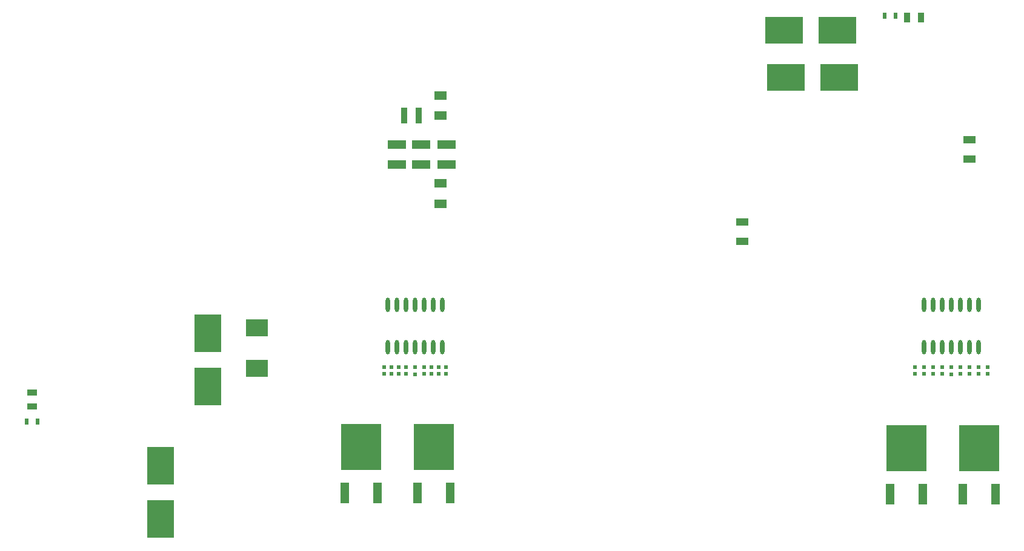
<source format=gtp>
G04*
G04 #@! TF.GenerationSoftware,Altium Limited,Altium Designer,22.3.1 (43)*
G04*
G04 Layer_Color=8421504*
%FSLAX44Y44*%
%MOMM*%
G71*
G04*
G04 #@! TF.SameCoordinates,183D5ADB-B2EB-4085-A593-B9F204B0C739*
G04*
G04*
G04 #@! TF.FilePolarity,Positive*
G04*
G01*
G75*
%ADD21R,3.8100X5.3340*%
%ADD22R,5.3340X3.8100*%
%ADD23R,0.8500X2.2000*%
%ADD24R,1.4000X0.9000*%
%ADD25R,0.9000X1.4000*%
%ADD26R,0.6000X0.9000*%
%ADD27R,0.5500X0.5500*%
%ADD28R,1.2500X3.0000*%
%ADD29R,5.5500X6.4000*%
%ADD30O,0.6000X2.0000*%
%ADD31R,2.5500X1.3000*%
%ADD32R,1.8000X1.3000*%
%ADD33R,3.1500X2.4500*%
%ADD34R,1.7000X1.1000*%
%ADD35R,0.5000X0.6000*%
D21*
X-948442Y-165476D02*
D03*
Y-240152D02*
D03*
X-882402Y-54987D02*
D03*
Y19690D02*
D03*
D22*
X-2927Y443489D02*
D03*
X-77603D02*
D03*
X-387Y377449D02*
D03*
X-75063D02*
D03*
D23*
X-587582Y324109D02*
D03*
X-608082D02*
D03*
D24*
X-1128253Y-82750D02*
D03*
Y-63250D02*
D03*
D25*
X94288Y461269D02*
D03*
X113788D02*
D03*
D26*
X-1120753Y-103890D02*
D03*
X-1135753D02*
D03*
X63229Y463809D02*
D03*
X78229D02*
D03*
D27*
X144025Y-28130D02*
D03*
Y-37130D02*
D03*
X-605275Y-28130D02*
D03*
Y-37130D02*
D03*
X131325Y-36960D02*
D03*
Y-27960D02*
D03*
X-615435Y-37130D02*
D03*
Y-28130D02*
D03*
X182125Y-27960D02*
D03*
Y-36960D02*
D03*
X-569715Y-28130D02*
D03*
Y-37130D02*
D03*
X169425Y-37130D02*
D03*
Y-28130D02*
D03*
X-579875Y-37130D02*
D03*
Y-28130D02*
D03*
X105925Y-36960D02*
D03*
Y-27960D02*
D03*
X-635755Y-37130D02*
D03*
Y-28130D02*
D03*
X118625Y-27960D02*
D03*
Y-36960D02*
D03*
X-625595Y-28130D02*
D03*
Y-37130D02*
D03*
X207525Y-36960D02*
D03*
Y-27960D02*
D03*
X-549395Y-37130D02*
D03*
Y-28130D02*
D03*
X194825Y-27960D02*
D03*
Y-36960D02*
D03*
X-559555Y-28130D02*
D03*
Y-37130D02*
D03*
D28*
X172147Y-205490D02*
D03*
X217947D02*
D03*
X-589852Y-204220D02*
D03*
X-544053D02*
D03*
X70547Y-205490D02*
D03*
X116348D02*
D03*
X-691453Y-204220D02*
D03*
X-645653D02*
D03*
D29*
X195047Y-140990D02*
D03*
X-566953Y-139720D02*
D03*
X93448Y-140990D02*
D03*
X-668553Y-139720D02*
D03*
D30*
X118625Y59350D02*
D03*
X194825D02*
D03*
X182125D02*
D03*
X169425D02*
D03*
X156725D02*
D03*
X144025D02*
D03*
X131325D02*
D03*
X194825Y-150D02*
D03*
X182125D02*
D03*
X169425D02*
D03*
X156725D02*
D03*
X144025D02*
D03*
X131325D02*
D03*
X118625D02*
D03*
X-630675Y59350D02*
D03*
X-554475D02*
D03*
X-567175D02*
D03*
X-579875D02*
D03*
X-592575D02*
D03*
X-605275D02*
D03*
X-617975D02*
D03*
X-554475Y-150D02*
D03*
X-567175D02*
D03*
X-579875D02*
D03*
X-592575D02*
D03*
X-605275D02*
D03*
X-617975D02*
D03*
X-630675D02*
D03*
D31*
X-618242Y283468D02*
D03*
Y255469D02*
D03*
X-584711Y283468D02*
D03*
Y255468D02*
D03*
X-549151Y283468D02*
D03*
Y255468D02*
D03*
D32*
X-557102Y324109D02*
D03*
Y352608D02*
D03*
X-557102Y229620D02*
D03*
Y201120D02*
D03*
D33*
X-813555Y27490D02*
D03*
Y-29510D02*
D03*
D34*
X182125Y263530D02*
D03*
X-135375Y148290D02*
D03*
Y175290D02*
D03*
X182125Y290530D02*
D03*
D35*
X156725Y-38130D02*
D03*
X-592575D02*
D03*
X156725Y-28130D02*
D03*
X-592575D02*
D03*
M02*

</source>
